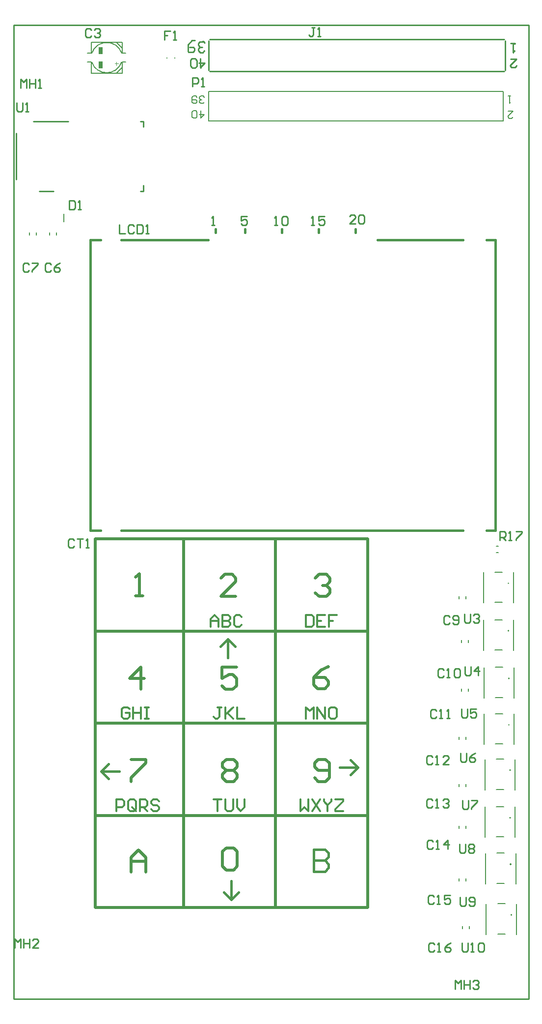
<source format=gto>
G04 Layer_Color=65535*
%FSLAX24Y24*%
%MOIN*%
G70*
G01*
G75*
%ADD11C,0.0100*%
%ADD34C,0.0050*%
%ADD35C,0.0200*%
%ADD36C,0.0150*%
%ADD37C,0.0080*%
%ADD38C,0.0079*%
%ADD39C,0.0118*%
%ADD40C,0.0040*%
%ADD41R,0.0315X0.0450*%
D11*
X33386Y62976D02*
Y64976D01*
X13307Y62898D02*
X33307D01*
X13228Y62976D02*
Y64976D01*
X13307Y65055D02*
X33307D01*
X34140Y63273D02*
Y63285D01*
X34032Y63165D02*
X34140Y63273D01*
X33815Y63165D02*
X34032D01*
X33706Y63273D02*
X33815Y63165D01*
X33706Y63273D02*
Y63285D01*
X34152Y63731D01*
X33742D02*
X34152D01*
X34020Y64298D02*
Y64310D01*
X33899Y64177D02*
X34020Y64298D01*
X33899Y64177D02*
Y64768D01*
X34044D01*
X34032Y64780D02*
X34044Y64768D01*
X33730Y64780D02*
X34032D01*
X12586Y63478D02*
X12984D01*
X12695Y63189D02*
X12984Y63478D01*
X12695Y63140D02*
Y63189D01*
X12683Y63153D02*
X12695Y63140D01*
X12683Y63153D02*
Y63755D01*
X12092Y63128D02*
X12321D01*
X12092D02*
Y63153D01*
X11996Y63249D02*
X12092Y63153D01*
X11996Y63249D02*
Y63647D01*
X12008Y63659D01*
X12020D01*
X12116Y63755D01*
X12333D01*
Y63731D02*
Y63755D01*
Y63731D02*
X12442Y63623D01*
Y63321D02*
Y63623D01*
X12430Y63309D02*
X12442Y63321D01*
X12430Y63237D02*
Y63309D01*
X12321Y63128D02*
X12430Y63237D01*
X12936Y64286D02*
Y64298D01*
X12827Y64177D02*
X12936Y64286D01*
X12659Y64177D02*
X12827D01*
X12550Y64286D02*
X12659Y64177D01*
X12550Y64286D02*
Y64394D01*
Y64430D01*
X12647Y64527D01*
X12791D01*
X12647D02*
X12791D01*
X12647D02*
Y64551D01*
X12526Y64671D02*
X12647Y64551D01*
X12526Y64671D02*
Y64780D01*
X12538Y64792D01*
X12647Y64900D01*
X12815D01*
X12839Y64925D01*
X12876D01*
X12984Y64816D01*
X11935Y64515D02*
X12201D01*
X12273Y64442D01*
Y64298D02*
Y64442D01*
X12164Y64189D02*
X12273Y64298D01*
X11875Y64189D02*
X12164D01*
X11827Y64237D02*
X11875Y64189D01*
X11827Y64237D02*
Y64563D01*
Y64708D01*
X12104Y64985D01*
X12309D01*
X157Y55551D02*
Y58701D01*
X1339Y59488D02*
X3701D01*
X8622D02*
X8819D01*
Y59134D02*
Y59488D01*
Y54764D02*
Y55157D01*
X8622Y54764D02*
X8819D01*
X1732D02*
X2717D01*
X23201Y52557D02*
X22801D01*
X23201Y52957D01*
Y53057D01*
X23101Y53156D01*
X22901D01*
X22801Y53057D01*
X23401D02*
X23501Y53156D01*
X23700D01*
X23800Y53057D01*
Y52657D01*
X23700Y52557D01*
X23501D01*
X23401Y52657D01*
Y53057D01*
X20201Y52457D02*
X20401D01*
X20301D01*
Y53057D01*
X20201Y52957D01*
X21100Y53057D02*
X20701D01*
Y52757D01*
X20901Y52857D01*
X21001D01*
X21100Y52757D01*
Y52557D01*
X21001Y52457D01*
X20801D01*
X20701Y52557D01*
X17701Y52457D02*
X17901D01*
X17801D01*
Y53057D01*
X17701Y52957D01*
X18201D02*
X18301Y53057D01*
X18501D01*
X18600Y52957D01*
Y52557D01*
X18501Y52457D01*
X18301D01*
X18201Y52557D01*
Y52957D01*
X15851Y53057D02*
X15451D01*
Y52757D01*
X15651Y52857D01*
X15751D01*
X15851Y52757D01*
Y52557D01*
X15751Y52457D01*
X15551D01*
X15451Y52557D01*
X13451Y52457D02*
X13651D01*
X13551D01*
Y53057D01*
X13451Y52957D01*
X33760Y5733D02*
X33780D01*
Y5713D01*
X33760D01*
Y5733D01*
X33721Y9158D02*
X33741D01*
Y9139D01*
X33721D01*
Y9158D01*
X33681Y12308D02*
X33701D01*
Y12288D01*
X33681D01*
Y12308D01*
Y15536D02*
X33701D01*
Y15517D01*
X33681D01*
Y15536D01*
X33603Y18607D02*
X33622D01*
Y18587D01*
X33603D01*
Y18607D01*
Y21757D02*
X33622D01*
Y21737D01*
X33603D01*
Y21757D01*
X33563Y24985D02*
X33583D01*
Y24965D01*
X33563D01*
Y24985D01*
Y28213D02*
X33583D01*
Y28194D01*
X33563D01*
Y28213D01*
X472Y61772D02*
Y62371D01*
X672Y62172D01*
X872Y62371D01*
Y61772D01*
X1072Y62371D02*
Y61772D01*
Y62072D01*
X1472D01*
Y62371D01*
Y61772D01*
X1672D02*
X1872D01*
X1772D01*
Y62371D01*
X1672Y62271D01*
X32992Y31102D02*
Y31702D01*
X33292D01*
X33392Y31602D01*
Y31402D01*
X33292Y31302D01*
X32992D01*
X33192D02*
X33392Y31102D01*
X33592D02*
X33792D01*
X33692D01*
Y31702D01*
X33592Y31602D01*
X34092Y31702D02*
X34492D01*
Y31602D01*
X34092Y31202D01*
Y31102D01*
X4101Y31090D02*
X4001Y31190D01*
X3801D01*
X3701Y31090D01*
Y30691D01*
X3801Y30591D01*
X4001D01*
X4101Y30691D01*
X4301Y31190D02*
X4700D01*
X4501D01*
Y30591D01*
X4900D02*
X5100D01*
X5000D01*
Y31190D01*
X4900Y31090D01*
X20439Y65875D02*
X20239D01*
X20339D01*
Y65376D01*
X20239Y65276D01*
X20139D01*
X20039Y65376D01*
X20639Y65276D02*
X20839D01*
X20739D01*
Y65875D01*
X20639Y65775D01*
X1030Y49791D02*
X930Y49891D01*
X730D01*
X630Y49791D01*
Y49391D01*
X730Y49291D01*
X930D01*
X1030Y49391D01*
X1230Y49891D02*
X1630D01*
Y49791D01*
X1230Y49391D01*
Y49291D01*
X2526Y49791D02*
X2426Y49891D01*
X2226D01*
X2126Y49791D01*
Y49391D01*
X2226Y49291D01*
X2426D01*
X2526Y49391D01*
X3126Y49891D02*
X2926Y49791D01*
X2726Y49591D01*
Y49391D01*
X2826Y49291D01*
X3026D01*
X3126Y49391D01*
Y49491D01*
X3026Y49591D01*
X2726D01*
X3780Y54143D02*
Y53543D01*
X4079D01*
X4179Y53643D01*
Y54043D01*
X4079Y54143D01*
X3780D01*
X4379Y53543D02*
X4579D01*
X4479D01*
Y54143D01*
X4379Y54043D01*
X30394Y19655D02*
Y19155D01*
X30494Y19055D01*
X30694D01*
X30794Y19155D01*
Y19655D01*
X31393D02*
X30994D01*
Y19355D01*
X31193Y19455D01*
X31293D01*
X31393Y19355D01*
Y19155D01*
X31293Y19055D01*
X31093D01*
X30994Y19155D01*
X30354Y16663D02*
Y16163D01*
X30454Y16063D01*
X30654D01*
X30754Y16163D01*
Y16663D01*
X31354D02*
X31154Y16563D01*
X30954Y16363D01*
Y16163D01*
X31054Y16063D01*
X31254D01*
X31354Y16163D01*
Y16263D01*
X31254Y16363D01*
X30954D01*
X28707Y19516D02*
X28607Y19616D01*
X28407D01*
X28307Y19516D01*
Y19116D01*
X28407Y19016D01*
X28607D01*
X28707Y19116D01*
X28907Y19016D02*
X29107D01*
X29007D01*
Y19616D01*
X28907Y19516D01*
X29407Y19016D02*
X29607D01*
X29507D01*
Y19616D01*
X29407Y19516D01*
X30472Y13474D02*
Y12974D01*
X30572Y12874D01*
X30772D01*
X30872Y12974D01*
Y13474D01*
X31072D02*
X31472D01*
Y13374D01*
X31072Y12974D01*
Y12874D01*
X28431Y16405D02*
X28331Y16505D01*
X28131D01*
X28031Y16405D01*
Y16005D01*
X28131Y15906D01*
X28331D01*
X28431Y16005D01*
X28631Y15906D02*
X28831D01*
X28731D01*
Y16505D01*
X28631Y16405D01*
X29531Y15906D02*
X29131D01*
X29531Y16305D01*
Y16405D01*
X29431Y16505D01*
X29231D01*
X29131Y16405D01*
X29961Y669D02*
Y1269D01*
X30161Y1069D01*
X30361Y1269D01*
Y669D01*
X30560Y1269D02*
Y669D01*
Y969D01*
X30960D01*
Y1269D01*
Y669D01*
X31160Y1169D02*
X31260Y1269D01*
X31460D01*
X31560Y1169D01*
Y1069D01*
X31460Y969D01*
X31360D01*
X31460D01*
X31560Y869D01*
Y769D01*
X31460Y669D01*
X31260D01*
X31160Y769D01*
X30276Y10482D02*
Y9982D01*
X30376Y9882D01*
X30575D01*
X30675Y9982D01*
Y10482D01*
X30875Y10382D02*
X30975Y10482D01*
X31175D01*
X31275Y10382D01*
Y10282D01*
X31175Y10182D01*
X31275Y10082D01*
Y9982D01*
X31175Y9882D01*
X30975D01*
X30875Y9982D01*
Y10082D01*
X30975Y10182D01*
X30875Y10282D01*
Y10382D01*
X30975Y10182D02*
X31175D01*
X28431Y13453D02*
X28331Y13553D01*
X28131D01*
X28031Y13453D01*
Y13053D01*
X28131Y12953D01*
X28331D01*
X28431Y13053D01*
X28631Y12953D02*
X28831D01*
X28731D01*
Y13553D01*
X28631Y13453D01*
X29131D02*
X29231Y13553D01*
X29431D01*
X29531Y13453D01*
Y13353D01*
X29431Y13253D01*
X29331D01*
X29431D01*
X29531Y13153D01*
Y13053D01*
X29431Y12953D01*
X29231D01*
X29131Y13053D01*
X30315Y6899D02*
Y6399D01*
X30415Y6299D01*
X30615D01*
X30715Y6399D01*
Y6899D01*
X30915Y6399D02*
X31015Y6299D01*
X31215D01*
X31315Y6399D01*
Y6799D01*
X31215Y6899D01*
X31015D01*
X30915Y6799D01*
Y6699D01*
X31015Y6599D01*
X31315D01*
X28471Y10657D02*
X28371Y10757D01*
X28171D01*
X28071Y10657D01*
Y10257D01*
X28171Y10157D01*
X28371D01*
X28471Y10257D01*
X28671Y10157D02*
X28871D01*
X28771D01*
Y10757D01*
X28671Y10657D01*
X29470Y10157D02*
Y10757D01*
X29171Y10457D01*
X29570D01*
X30433Y3789D02*
Y3289D01*
X30533Y3189D01*
X30733D01*
X30833Y3289D01*
Y3789D01*
X31033Y3189D02*
X31233D01*
X31133D01*
Y3789D01*
X31033Y3689D01*
X31533D02*
X31633Y3789D01*
X31833D01*
X31933Y3689D01*
Y3289D01*
X31833Y3189D01*
X31633D01*
X31533Y3289D01*
Y3689D01*
X28549Y6917D02*
X28450Y7017D01*
X28250D01*
X28150Y6917D01*
Y6517D01*
X28250Y6417D01*
X28450D01*
X28549Y6517D01*
X28749Y6417D02*
X28949D01*
X28849D01*
Y7017D01*
X28749Y6917D01*
X29649Y7017D02*
X29249D01*
Y6717D01*
X29449Y6817D01*
X29549D01*
X29649Y6717D01*
Y6517D01*
X29549Y6417D01*
X29349D01*
X29249Y6517D01*
X28589Y3689D02*
X28489Y3789D01*
X28289D01*
X28189Y3689D01*
Y3289D01*
X28289Y3189D01*
X28489D01*
X28589Y3289D01*
X28789Y3189D02*
X28989D01*
X28889D01*
Y3789D01*
X28789Y3689D01*
X29688Y3789D02*
X29489Y3689D01*
X29289Y3489D01*
Y3289D01*
X29389Y3189D01*
X29589D01*
X29688Y3289D01*
Y3389D01*
X29589Y3489D01*
X29289D01*
X30591Y26112D02*
Y25612D01*
X30691Y25512D01*
X30890D01*
X30990Y25612D01*
Y26112D01*
X31190Y26012D02*
X31290Y26112D01*
X31490D01*
X31590Y26012D01*
Y25912D01*
X31490Y25812D01*
X31390D01*
X31490D01*
X31590Y25712D01*
Y25612D01*
X31490Y25512D01*
X31290D01*
X31190Y25612D01*
X29219Y22311D02*
X29119Y22411D01*
X28919D01*
X28819Y22311D01*
Y21911D01*
X28919Y21811D01*
X29119D01*
X29219Y21911D01*
X29419Y21811D02*
X29619D01*
X29519D01*
Y22411D01*
X29419Y22311D01*
X29919D02*
X30019Y22411D01*
X30218D01*
X30318Y22311D01*
Y21911D01*
X30218Y21811D01*
X30019D01*
X29919Y21911D01*
Y22311D01*
X29612Y25894D02*
X29513Y25994D01*
X29313D01*
X29213Y25894D01*
Y25494D01*
X29313Y25394D01*
X29513D01*
X29612Y25494D01*
X29812D02*
X29912Y25394D01*
X30112D01*
X30212Y25494D01*
Y25894D01*
X30112Y25994D01*
X29912D01*
X29812Y25894D01*
Y25794D01*
X29912Y25694D01*
X30212D01*
X30630Y22529D02*
Y22029D01*
X30730Y21929D01*
X30930D01*
X31030Y22029D01*
Y22529D01*
X31530Y21929D02*
Y22529D01*
X31230Y22229D01*
X31630D01*
X5269Y65686D02*
X5169Y65786D01*
X4969D01*
X4869Y65686D01*
Y65286D01*
X4969Y65186D01*
X5169D01*
X5269Y65286D01*
X5469Y65686D02*
X5569Y65786D01*
X5768D01*
X5868Y65686D01*
Y65586D01*
X5768Y65486D01*
X5669D01*
X5768D01*
X5868Y65386D01*
Y65286D01*
X5768Y65186D01*
X5569D01*
X5469Y65286D01*
X10649Y65632D02*
X10249D01*
Y65332D01*
X10449D01*
X10249D01*
Y65033D01*
X10849D02*
X11049D01*
X10949D01*
Y65632D01*
X10849Y65532D01*
X7165Y52490D02*
Y51890D01*
X7565D01*
X8165Y52390D02*
X8065Y52490D01*
X7865D01*
X7765Y52390D01*
Y51990D01*
X7865Y51890D01*
X8065D01*
X8165Y51990D01*
X8365Y52490D02*
Y51890D01*
X8665D01*
X8765Y51990D01*
Y52390D01*
X8665Y52490D01*
X8365D01*
X8965Y51890D02*
X9165D01*
X9065D01*
Y52490D01*
X8965Y52390D01*
X80Y3459D02*
Y4059D01*
X280Y3859D01*
X480Y4059D01*
Y3459D01*
X680Y4059D02*
Y3459D01*
Y3759D01*
X1080D01*
Y4059D01*
Y3459D01*
X1680D02*
X1280D01*
X1680Y3859D01*
Y3959D01*
X1580Y4059D01*
X1380D01*
X1280Y3959D01*
X12142Y61859D02*
Y62459D01*
X12442D01*
X12542Y62359D01*
Y62159D01*
X12442Y62059D01*
X12142D01*
X12742Y61859D02*
X12942D01*
X12842D01*
Y62459D01*
X12742Y62359D01*
X205Y60777D02*
Y60277D01*
X305Y60177D01*
X504D01*
X604Y60277D01*
Y60777D01*
X804Y60177D02*
X1004D01*
X904D01*
Y60777D01*
X804Y60677D01*
X0Y0D02*
Y66024D01*
Y0D02*
X34961D01*
Y66024D01*
X0D02*
X34961D01*
D34*
X7333Y64137D02*
G03*
X5309Y64129I-1011J-360D01*
G01*
X5305Y63511D02*
G03*
X7329Y63519I1011J360D01*
G01*
X5272Y62776D02*
Y63509D01*
Y64129D02*
Y64862D01*
X7362Y63514D02*
X7618D01*
X6969Y64862D02*
X7362Y64468D01*
X5276Y64862D02*
X7362D01*
Y64129D02*
Y64862D01*
X6969Y62776D02*
X7362Y63169D01*
X5276Y62776D02*
X7362D01*
Y63509D01*
Y64124D02*
X7618D01*
X5010Y63514D02*
X5276D01*
X5010Y64124D02*
X5276D01*
D35*
X24035Y6191D02*
Y31191D01*
X5535D02*
X24035D01*
X5535Y24941D02*
X24035D01*
X5535Y6191D02*
X24035D01*
X17785D02*
Y31191D01*
X11535Y6191D02*
Y31191D01*
X5535Y12441D02*
X24035D01*
X5535Y18691D02*
X24035D01*
X5535Y6191D02*
Y31191D01*
X8285Y27341D02*
X8785D01*
X8535D01*
Y28840D01*
X8285Y28591D01*
X15085Y27291D02*
X14085D01*
X15085Y28291D01*
Y28541D01*
X14835Y28790D01*
X14335D01*
X14085Y28541D01*
X20485D02*
X20735Y28790D01*
X21235D01*
X21485Y28541D01*
Y28291D01*
X21235Y28041D01*
X20985D01*
X21235D01*
X21485Y27791D01*
Y27541D01*
X21235Y27291D01*
X20735D01*
X20485Y27541D01*
X8635Y20991D02*
Y22490D01*
X7885Y21741D01*
X8885D01*
X15135Y22490D02*
X14135D01*
Y21741D01*
X14635Y21991D01*
X14885D01*
X15135Y21741D01*
Y21241D01*
X14885Y20991D01*
X14385D01*
X14135Y21241D01*
X21385Y22540D02*
X20885Y22291D01*
X20385Y21791D01*
Y21291D01*
X20635Y21041D01*
X21135D01*
X21385Y21291D01*
Y21541D01*
X21135Y21791D01*
X20385D01*
X7985Y16240D02*
X8985D01*
Y15991D01*
X7985Y14991D01*
Y14741D01*
X14185Y15991D02*
X14435Y16240D01*
X14935D01*
X15185Y15991D01*
Y15741D01*
X14935Y15491D01*
X15185Y15241D01*
Y14991D01*
X14935Y14741D01*
X14435D01*
X14185Y14991D01*
Y15241D01*
X14435Y15491D01*
X14185Y15741D01*
Y15991D01*
X14435Y15491D02*
X14935D01*
X20435Y14991D02*
X20685Y14741D01*
X21185D01*
X21435Y14991D01*
Y15991D01*
X21185Y16240D01*
X20685D01*
X20435Y15991D01*
Y15741D01*
X20685Y15491D01*
X21435D01*
X7985Y8591D02*
Y9591D01*
X8485Y10090D01*
X8985Y9591D01*
Y8591D01*
Y9341D01*
X7985D01*
X14185Y9991D02*
X14435Y10240D01*
X14935D01*
X15185Y9991D01*
Y8991D01*
X14935Y8741D01*
X14435D01*
X14185Y8991D01*
Y9991D01*
D36*
X14535Y24391D02*
X15035Y23891D01*
X14035D02*
X14535Y24391D01*
Y23141D02*
Y24391D01*
X14285Y7241D02*
X14785Y6741D01*
X15285Y7241D01*
X14785Y6741D02*
Y7991D01*
X22885Y15191D02*
X23385Y15691D01*
X22885Y16191D02*
X23385Y15691D01*
X22135D02*
X23385D01*
X5935Y15441D02*
X6435Y15941D01*
X5935Y15441D02*
X6435Y14941D01*
X5935Y15441D02*
X7185D01*
X23201Y51957D02*
Y52207D01*
X20701Y51957D02*
Y52207D01*
X18201Y51957D02*
Y52207D01*
X15701Y51957D02*
Y52207D01*
X13701Y51957D02*
Y52207D01*
X24701Y51457D02*
X30501D01*
X32101D02*
X32701D01*
Y31767D02*
Y51457D01*
X32101Y31767D02*
X32701D01*
X7301D02*
X30501D01*
X7301Y51457D02*
X13201D01*
X5201D02*
X5901D01*
X5201Y31767D02*
Y51457D01*
Y31767D02*
X5901D01*
X20385Y10140D02*
Y8641D01*
X21135D01*
X21385Y8891D01*
Y9141D01*
X21135Y9391D01*
X20385D01*
X21135D01*
X21385Y9641D01*
Y9891D01*
X21135Y10140D01*
X20385D01*
D37*
X3404Y52683D02*
Y53223D01*
X12956Y60807D02*
X12873Y60724D01*
X12706D01*
X12623Y60807D01*
Y60890D01*
X12706Y60974D01*
X12789D01*
X12706D01*
X12623Y61057D01*
Y61140D01*
X12706Y61224D01*
X12873D01*
X12956Y61140D01*
X12456D02*
X12373Y61224D01*
X12206D01*
X12123Y61140D01*
Y60807D01*
X12206Y60724D01*
X12373D01*
X12456Y60807D01*
Y60890D01*
X12373Y60974D01*
X12123D01*
X12706Y60224D02*
Y59724D01*
X12956Y59974D01*
X12623D01*
X12456Y59807D02*
X12373Y59724D01*
X12206D01*
X12123Y59807D01*
Y60140D01*
X12206Y60224D01*
X12373D01*
X12456Y60140D01*
Y59807D01*
X33564Y60197D02*
X33898D01*
X33564Y59864D01*
Y59780D01*
X33648Y59697D01*
X33814D01*
X33898Y59780D01*
X33756Y61224D02*
X33589D01*
X33673D01*
Y60724D01*
X33756Y60807D01*
D38*
X10935Y63799D02*
Y63839D01*
X10404Y63799D02*
Y63839D01*
X32776Y30256D02*
X32894D01*
X32776Y30689D02*
X32894D01*
X30472Y4764D02*
Y4921D01*
X30945Y4764D02*
Y4921D01*
X30236Y7992D02*
Y8150D01*
X30709Y7992D02*
Y8150D01*
X30234Y11565D02*
Y11722D01*
X30706Y11565D02*
Y11722D01*
X30236Y14409D02*
Y14567D01*
X30709Y14409D02*
Y14567D01*
X30236Y17598D02*
Y17756D01*
X30709Y17598D02*
Y17756D01*
X30394Y20866D02*
Y21024D01*
X30866Y20866D02*
Y21024D01*
X30394Y24173D02*
Y24331D01*
X30866Y24173D02*
Y24331D01*
X30236Y27126D02*
Y27283D01*
X30709Y27126D02*
Y27283D01*
X1063Y51811D02*
Y51968D01*
X1535Y51811D02*
Y51968D01*
X2441Y51811D02*
Y51968D01*
X2913Y51811D02*
Y51968D01*
X34134Y4376D02*
Y6443D01*
X32087Y4376D02*
Y6443D01*
X32860Y6457D02*
X33360D01*
X32860Y4409D02*
X33360D01*
X34094Y7801D02*
Y9868D01*
X32047Y7801D02*
Y9868D01*
X32821Y9882D02*
X33321D01*
X32821Y7835D02*
X33321D01*
X34055Y10951D02*
Y13018D01*
X32008Y10951D02*
Y13018D01*
X32782Y13032D02*
X33282D01*
X32782Y10984D02*
X33282D01*
X34055Y14179D02*
Y16246D01*
X32008Y14179D02*
Y16246D01*
X32782Y16260D02*
X33282D01*
X32782Y14213D02*
X33282D01*
X33976Y17250D02*
Y19317D01*
X31929Y17250D02*
Y19317D01*
X32703Y19331D02*
X33203D01*
X32703Y17283D02*
X33203D01*
X33976Y20400D02*
Y22467D01*
X31929Y20400D02*
Y22467D01*
X32703Y22480D02*
X33203D01*
X32703Y20433D02*
X33203D01*
X33937Y23628D02*
Y25695D01*
X31890Y23628D02*
Y25695D01*
X32663Y25709D02*
X33163D01*
X32663Y23661D02*
X33163D01*
X33937Y26856D02*
Y28923D01*
X31890Y26856D02*
Y28923D01*
X32663Y28937D02*
X33163D01*
X32663Y26890D02*
X33163D01*
X13256Y59524D02*
Y61524D01*
X33256Y59524D02*
Y61524D01*
X13256Y59524D02*
X33256D01*
X13256Y61524D02*
X33256D01*
D39*
X19485Y13528D02*
Y12741D01*
X19748Y13003D01*
X20010Y12741D01*
Y13528D01*
X20273D02*
X20797Y12741D01*
Y13528D02*
X20273Y12741D01*
X21060Y13528D02*
Y13397D01*
X21322Y13135D01*
X21584Y13397D01*
Y13528D01*
X21322Y13135D02*
Y12741D01*
X21847Y13528D02*
X22372D01*
Y13397D01*
X21847Y12872D01*
Y12741D01*
X22372D01*
X13585Y13528D02*
X14110D01*
X13848D01*
Y12741D01*
X14373Y13528D02*
Y12872D01*
X14504Y12741D01*
X14766D01*
X14897Y12872D01*
Y13528D01*
X15160D02*
Y13003D01*
X15422Y12741D01*
X15684Y13003D01*
Y13528D01*
X6985Y12741D02*
Y13528D01*
X7379D01*
X7510Y13397D01*
Y13135D01*
X7379Y13003D01*
X6985D01*
X8297Y12872D02*
Y13397D01*
X8166Y13528D01*
X7904D01*
X7773Y13397D01*
Y12872D01*
X7904Y12741D01*
X8166D01*
X8035Y13003D02*
X8297Y12741D01*
X8166D02*
X8297Y12872D01*
X8560Y12741D02*
Y13528D01*
X8953D01*
X9084Y13397D01*
Y13135D01*
X8953Y13003D01*
X8560D01*
X8822D02*
X9084Y12741D01*
X9872Y13397D02*
X9740Y13528D01*
X9478D01*
X9347Y13397D01*
Y13266D01*
X9478Y13135D01*
X9740D01*
X9872Y13003D01*
Y12872D01*
X9740Y12741D01*
X9478D01*
X9347Y12872D01*
X13385Y25241D02*
Y25766D01*
X13648Y26028D01*
X13910Y25766D01*
Y25241D01*
Y25635D01*
X13385D01*
X14173Y26028D02*
Y25241D01*
X14566D01*
X14697Y25372D01*
Y25503D01*
X14566Y25635D01*
X14173D01*
X14566D01*
X14697Y25766D01*
Y25897D01*
X14566Y26028D01*
X14173D01*
X15484Y25897D02*
X15353Y26028D01*
X15091D01*
X14960Y25897D01*
Y25372D01*
X15091Y25241D01*
X15353D01*
X15484Y25372D01*
X19835Y26028D02*
Y25241D01*
X20229D01*
X20360Y25372D01*
Y25897D01*
X20229Y26028D01*
X19835D01*
X21147D02*
X20623D01*
Y25241D01*
X21147D01*
X20623Y25635D02*
X20885D01*
X21934Y26028D02*
X21410D01*
Y25635D01*
X21672D01*
X21410D01*
Y25241D01*
X7860Y19647D02*
X7729Y19778D01*
X7467D01*
X7335Y19647D01*
Y19122D01*
X7467Y18991D01*
X7729D01*
X7860Y19122D01*
Y19385D01*
X7598D01*
X8123Y19778D02*
Y18991D01*
Y19385D01*
X8647D01*
Y19778D01*
Y18991D01*
X8910Y19778D02*
X9172D01*
X9041D01*
Y18991D01*
X8910D01*
X9172D01*
X14110Y19778D02*
X13848D01*
X13979D01*
Y19122D01*
X13848Y18991D01*
X13717D01*
X13585Y19122D01*
X14373Y19778D02*
Y18991D01*
Y19253D01*
X14897Y19778D01*
X14504Y19385D01*
X14897Y18991D01*
X15160Y19778D02*
Y18991D01*
X15684D01*
X19835D02*
Y19778D01*
X20098Y19516D01*
X20360Y19778D01*
Y18991D01*
X20623D02*
Y19778D01*
X21147Y18991D01*
Y19778D01*
X21803D02*
X21541D01*
X21410Y19647D01*
Y19122D01*
X21541Y18991D01*
X21803D01*
X21934Y19122D01*
Y19647D01*
X21803Y19778D01*
D40*
X7099Y63414D02*
X6866D01*
X6983Y63297D02*
Y63531D01*
D41*
X5897Y64294D02*
D03*
X5896Y63344D02*
D03*
M02*

</source>
